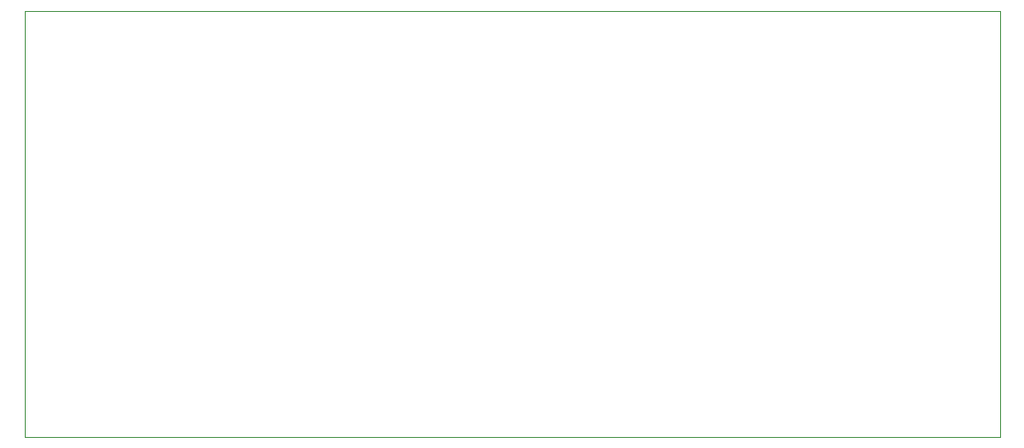
<source format=gbr>
%TF.GenerationSoftware,Altium Limited,Altium Designer,22.1.2 (22)*%
G04 Layer_Color=0*
%FSLAX44Y44*%
%MOMM*%
%TF.SameCoordinates,D2A5B157-11BA-4D30-A4C3-CA4352B12235*%
%TF.FilePolarity,Positive*%
%TF.FileFunction,Profile,NP*%
%TF.Part,Single*%
G01*
G75*
%TA.AperFunction,Profile*%
%ADD76C,0.0254*%
D76*
X273050Y890905D02*
X1172210D01*
Y1283970D01*
X273050D01*
Y890905D01*
%TF.MD5,6a7d9b0495d99b04ec253b7b59d1c752*%
M02*

</source>
